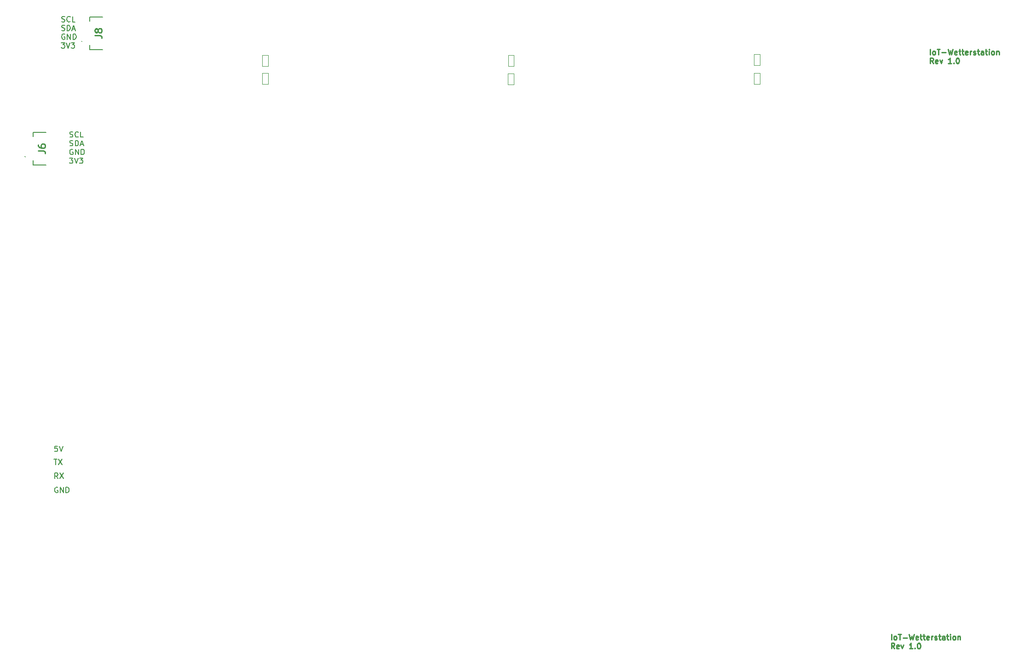
<source format=gbr>
%TF.GenerationSoftware,KiCad,Pcbnew,8.0.9*%
%TF.CreationDate,2025-09-15T10:43:43+02:00*%
%TF.ProjectId,iot_weatherstation_full_vcut,696f745f-7765-4617-9468-657273746174,rev?*%
%TF.SameCoordinates,Original*%
%TF.FileFunction,Legend,Top*%
%TF.FilePolarity,Positive*%
%FSLAX46Y46*%
G04 Gerber Fmt 4.6, Leading zero omitted, Abs format (unit mm)*
G04 Created by KiCad (PCBNEW 8.0.9) date 2025-09-15 10:43:43*
%MOMM*%
%LPD*%
G01*
G04 APERTURE LIST*
%ADD10C,0.250000*%
%ADD11C,0.200000*%
%ADD12C,0.254000*%
%ADD13C,0.100000*%
G04 APERTURE END LIST*
D10*
X296947568Y-117253675D02*
X296947568Y-116253675D01*
X297566615Y-117253675D02*
X297471377Y-117206056D01*
X297471377Y-117206056D02*
X297423758Y-117158436D01*
X297423758Y-117158436D02*
X297376139Y-117063198D01*
X297376139Y-117063198D02*
X297376139Y-116777484D01*
X297376139Y-116777484D02*
X297423758Y-116682246D01*
X297423758Y-116682246D02*
X297471377Y-116634627D01*
X297471377Y-116634627D02*
X297566615Y-116587008D01*
X297566615Y-116587008D02*
X297709472Y-116587008D01*
X297709472Y-116587008D02*
X297804710Y-116634627D01*
X297804710Y-116634627D02*
X297852329Y-116682246D01*
X297852329Y-116682246D02*
X297899948Y-116777484D01*
X297899948Y-116777484D02*
X297899948Y-117063198D01*
X297899948Y-117063198D02*
X297852329Y-117158436D01*
X297852329Y-117158436D02*
X297804710Y-117206056D01*
X297804710Y-117206056D02*
X297709472Y-117253675D01*
X297709472Y-117253675D02*
X297566615Y-117253675D01*
X298185663Y-116253675D02*
X298757091Y-116253675D01*
X298471377Y-117253675D02*
X298471377Y-116253675D01*
X299090425Y-116872722D02*
X299852330Y-116872722D01*
X300233282Y-116253675D02*
X300471377Y-117253675D01*
X300471377Y-117253675D02*
X300661853Y-116539389D01*
X300661853Y-116539389D02*
X300852329Y-117253675D01*
X300852329Y-117253675D02*
X301090425Y-116253675D01*
X301852329Y-117206056D02*
X301757091Y-117253675D01*
X301757091Y-117253675D02*
X301566615Y-117253675D01*
X301566615Y-117253675D02*
X301471377Y-117206056D01*
X301471377Y-117206056D02*
X301423758Y-117110817D01*
X301423758Y-117110817D02*
X301423758Y-116729865D01*
X301423758Y-116729865D02*
X301471377Y-116634627D01*
X301471377Y-116634627D02*
X301566615Y-116587008D01*
X301566615Y-116587008D02*
X301757091Y-116587008D01*
X301757091Y-116587008D02*
X301852329Y-116634627D01*
X301852329Y-116634627D02*
X301899948Y-116729865D01*
X301899948Y-116729865D02*
X301899948Y-116825103D01*
X301899948Y-116825103D02*
X301423758Y-116920341D01*
X302185663Y-116587008D02*
X302566615Y-116587008D01*
X302328520Y-116253675D02*
X302328520Y-117110817D01*
X302328520Y-117110817D02*
X302376139Y-117206056D01*
X302376139Y-117206056D02*
X302471377Y-117253675D01*
X302471377Y-117253675D02*
X302566615Y-117253675D01*
X302757092Y-116587008D02*
X303138044Y-116587008D01*
X302899949Y-116253675D02*
X302899949Y-117110817D01*
X302899949Y-117110817D02*
X302947568Y-117206056D01*
X302947568Y-117206056D02*
X303042806Y-117253675D01*
X303042806Y-117253675D02*
X303138044Y-117253675D01*
X303852330Y-117206056D02*
X303757092Y-117253675D01*
X303757092Y-117253675D02*
X303566616Y-117253675D01*
X303566616Y-117253675D02*
X303471378Y-117206056D01*
X303471378Y-117206056D02*
X303423759Y-117110817D01*
X303423759Y-117110817D02*
X303423759Y-116729865D01*
X303423759Y-116729865D02*
X303471378Y-116634627D01*
X303471378Y-116634627D02*
X303566616Y-116587008D01*
X303566616Y-116587008D02*
X303757092Y-116587008D01*
X303757092Y-116587008D02*
X303852330Y-116634627D01*
X303852330Y-116634627D02*
X303899949Y-116729865D01*
X303899949Y-116729865D02*
X303899949Y-116825103D01*
X303899949Y-116825103D02*
X303423759Y-116920341D01*
X304328521Y-117253675D02*
X304328521Y-116587008D01*
X304328521Y-116777484D02*
X304376140Y-116682246D01*
X304376140Y-116682246D02*
X304423759Y-116634627D01*
X304423759Y-116634627D02*
X304518997Y-116587008D01*
X304518997Y-116587008D02*
X304614235Y-116587008D01*
X304899950Y-117206056D02*
X304995188Y-117253675D01*
X304995188Y-117253675D02*
X305185664Y-117253675D01*
X305185664Y-117253675D02*
X305280902Y-117206056D01*
X305280902Y-117206056D02*
X305328521Y-117110817D01*
X305328521Y-117110817D02*
X305328521Y-117063198D01*
X305328521Y-117063198D02*
X305280902Y-116967960D01*
X305280902Y-116967960D02*
X305185664Y-116920341D01*
X305185664Y-116920341D02*
X305042807Y-116920341D01*
X305042807Y-116920341D02*
X304947569Y-116872722D01*
X304947569Y-116872722D02*
X304899950Y-116777484D01*
X304899950Y-116777484D02*
X304899950Y-116729865D01*
X304899950Y-116729865D02*
X304947569Y-116634627D01*
X304947569Y-116634627D02*
X305042807Y-116587008D01*
X305042807Y-116587008D02*
X305185664Y-116587008D01*
X305185664Y-116587008D02*
X305280902Y-116634627D01*
X305614236Y-116587008D02*
X305995188Y-116587008D01*
X305757093Y-116253675D02*
X305757093Y-117110817D01*
X305757093Y-117110817D02*
X305804712Y-117206056D01*
X305804712Y-117206056D02*
X305899950Y-117253675D01*
X305899950Y-117253675D02*
X305995188Y-117253675D01*
X306757093Y-117253675D02*
X306757093Y-116729865D01*
X306757093Y-116729865D02*
X306709474Y-116634627D01*
X306709474Y-116634627D02*
X306614236Y-116587008D01*
X306614236Y-116587008D02*
X306423760Y-116587008D01*
X306423760Y-116587008D02*
X306328522Y-116634627D01*
X306757093Y-117206056D02*
X306661855Y-117253675D01*
X306661855Y-117253675D02*
X306423760Y-117253675D01*
X306423760Y-117253675D02*
X306328522Y-117206056D01*
X306328522Y-117206056D02*
X306280903Y-117110817D01*
X306280903Y-117110817D02*
X306280903Y-117015579D01*
X306280903Y-117015579D02*
X306328522Y-116920341D01*
X306328522Y-116920341D02*
X306423760Y-116872722D01*
X306423760Y-116872722D02*
X306661855Y-116872722D01*
X306661855Y-116872722D02*
X306757093Y-116825103D01*
X307090427Y-116587008D02*
X307471379Y-116587008D01*
X307233284Y-116253675D02*
X307233284Y-117110817D01*
X307233284Y-117110817D02*
X307280903Y-117206056D01*
X307280903Y-117206056D02*
X307376141Y-117253675D01*
X307376141Y-117253675D02*
X307471379Y-117253675D01*
X307804713Y-117253675D02*
X307804713Y-116587008D01*
X307804713Y-116253675D02*
X307757094Y-116301294D01*
X307757094Y-116301294D02*
X307804713Y-116348913D01*
X307804713Y-116348913D02*
X307852332Y-116301294D01*
X307852332Y-116301294D02*
X307804713Y-116253675D01*
X307804713Y-116253675D02*
X307804713Y-116348913D01*
X308423760Y-117253675D02*
X308328522Y-117206056D01*
X308328522Y-117206056D02*
X308280903Y-117158436D01*
X308280903Y-117158436D02*
X308233284Y-117063198D01*
X308233284Y-117063198D02*
X308233284Y-116777484D01*
X308233284Y-116777484D02*
X308280903Y-116682246D01*
X308280903Y-116682246D02*
X308328522Y-116634627D01*
X308328522Y-116634627D02*
X308423760Y-116587008D01*
X308423760Y-116587008D02*
X308566617Y-116587008D01*
X308566617Y-116587008D02*
X308661855Y-116634627D01*
X308661855Y-116634627D02*
X308709474Y-116682246D01*
X308709474Y-116682246D02*
X308757093Y-116777484D01*
X308757093Y-116777484D02*
X308757093Y-117063198D01*
X308757093Y-117063198D02*
X308709474Y-117158436D01*
X308709474Y-117158436D02*
X308661855Y-117206056D01*
X308661855Y-117206056D02*
X308566617Y-117253675D01*
X308566617Y-117253675D02*
X308423760Y-117253675D01*
X309185665Y-116587008D02*
X309185665Y-117253675D01*
X309185665Y-116682246D02*
X309233284Y-116634627D01*
X309233284Y-116634627D02*
X309328522Y-116587008D01*
X309328522Y-116587008D02*
X309471379Y-116587008D01*
X309471379Y-116587008D02*
X309566617Y-116634627D01*
X309566617Y-116634627D02*
X309614236Y-116729865D01*
X309614236Y-116729865D02*
X309614236Y-117253675D01*
X297518996Y-118863619D02*
X297185663Y-118387428D01*
X296947568Y-118863619D02*
X296947568Y-117863619D01*
X296947568Y-117863619D02*
X297328520Y-117863619D01*
X297328520Y-117863619D02*
X297423758Y-117911238D01*
X297423758Y-117911238D02*
X297471377Y-117958857D01*
X297471377Y-117958857D02*
X297518996Y-118054095D01*
X297518996Y-118054095D02*
X297518996Y-118196952D01*
X297518996Y-118196952D02*
X297471377Y-118292190D01*
X297471377Y-118292190D02*
X297423758Y-118339809D01*
X297423758Y-118339809D02*
X297328520Y-118387428D01*
X297328520Y-118387428D02*
X296947568Y-118387428D01*
X298328520Y-118816000D02*
X298233282Y-118863619D01*
X298233282Y-118863619D02*
X298042806Y-118863619D01*
X298042806Y-118863619D02*
X297947568Y-118816000D01*
X297947568Y-118816000D02*
X297899949Y-118720761D01*
X297899949Y-118720761D02*
X297899949Y-118339809D01*
X297899949Y-118339809D02*
X297947568Y-118244571D01*
X297947568Y-118244571D02*
X298042806Y-118196952D01*
X298042806Y-118196952D02*
X298233282Y-118196952D01*
X298233282Y-118196952D02*
X298328520Y-118244571D01*
X298328520Y-118244571D02*
X298376139Y-118339809D01*
X298376139Y-118339809D02*
X298376139Y-118435047D01*
X298376139Y-118435047D02*
X297899949Y-118530285D01*
X298709473Y-118196952D02*
X298947568Y-118863619D01*
X298947568Y-118863619D02*
X299185663Y-118196952D01*
X300852330Y-118863619D02*
X300280902Y-118863619D01*
X300566616Y-118863619D02*
X300566616Y-117863619D01*
X300566616Y-117863619D02*
X300471378Y-118006476D01*
X300471378Y-118006476D02*
X300376140Y-118101714D01*
X300376140Y-118101714D02*
X300280902Y-118149333D01*
X301280902Y-118768380D02*
X301328521Y-118816000D01*
X301328521Y-118816000D02*
X301280902Y-118863619D01*
X301280902Y-118863619D02*
X301233283Y-118816000D01*
X301233283Y-118816000D02*
X301280902Y-118768380D01*
X301280902Y-118768380D02*
X301280902Y-118863619D01*
X301947568Y-117863619D02*
X302042806Y-117863619D01*
X302042806Y-117863619D02*
X302138044Y-117911238D01*
X302138044Y-117911238D02*
X302185663Y-117958857D01*
X302185663Y-117958857D02*
X302233282Y-118054095D01*
X302233282Y-118054095D02*
X302280901Y-118244571D01*
X302280901Y-118244571D02*
X302280901Y-118482666D01*
X302280901Y-118482666D02*
X302233282Y-118673142D01*
X302233282Y-118673142D02*
X302185663Y-118768380D01*
X302185663Y-118768380D02*
X302138044Y-118816000D01*
X302138044Y-118816000D02*
X302042806Y-118863619D01*
X302042806Y-118863619D02*
X301947568Y-118863619D01*
X301947568Y-118863619D02*
X301852330Y-118816000D01*
X301852330Y-118816000D02*
X301804711Y-118768380D01*
X301804711Y-118768380D02*
X301757092Y-118673142D01*
X301757092Y-118673142D02*
X301709473Y-118482666D01*
X301709473Y-118482666D02*
X301709473Y-118244571D01*
X301709473Y-118244571D02*
X301757092Y-118054095D01*
X301757092Y-118054095D02*
X301804711Y-117958857D01*
X301804711Y-117958857D02*
X301852330Y-117911238D01*
X301852330Y-117911238D02*
X301947568Y-117863619D01*
D11*
X136424701Y-195345619D02*
X136091368Y-194869428D01*
X135853273Y-195345619D02*
X135853273Y-194345619D01*
X135853273Y-194345619D02*
X136234225Y-194345619D01*
X136234225Y-194345619D02*
X136329463Y-194393238D01*
X136329463Y-194393238D02*
X136377082Y-194440857D01*
X136377082Y-194440857D02*
X136424701Y-194536095D01*
X136424701Y-194536095D02*
X136424701Y-194678952D01*
X136424701Y-194678952D02*
X136377082Y-194774190D01*
X136377082Y-194774190D02*
X136329463Y-194821809D01*
X136329463Y-194821809D02*
X136234225Y-194869428D01*
X136234225Y-194869428D02*
X135853273Y-194869428D01*
X136758035Y-194345619D02*
X137424701Y-195345619D01*
X137424701Y-194345619D02*
X136758035Y-195345619D01*
D10*
X289810168Y-225051275D02*
X289810168Y-224051275D01*
X290429215Y-225051275D02*
X290333977Y-225003656D01*
X290333977Y-225003656D02*
X290286358Y-224956036D01*
X290286358Y-224956036D02*
X290238739Y-224860798D01*
X290238739Y-224860798D02*
X290238739Y-224575084D01*
X290238739Y-224575084D02*
X290286358Y-224479846D01*
X290286358Y-224479846D02*
X290333977Y-224432227D01*
X290333977Y-224432227D02*
X290429215Y-224384608D01*
X290429215Y-224384608D02*
X290572072Y-224384608D01*
X290572072Y-224384608D02*
X290667310Y-224432227D01*
X290667310Y-224432227D02*
X290714929Y-224479846D01*
X290714929Y-224479846D02*
X290762548Y-224575084D01*
X290762548Y-224575084D02*
X290762548Y-224860798D01*
X290762548Y-224860798D02*
X290714929Y-224956036D01*
X290714929Y-224956036D02*
X290667310Y-225003656D01*
X290667310Y-225003656D02*
X290572072Y-225051275D01*
X290572072Y-225051275D02*
X290429215Y-225051275D01*
X291048263Y-224051275D02*
X291619691Y-224051275D01*
X291333977Y-225051275D02*
X291333977Y-224051275D01*
X291953025Y-224670322D02*
X292714930Y-224670322D01*
X293095882Y-224051275D02*
X293333977Y-225051275D01*
X293333977Y-225051275D02*
X293524453Y-224336989D01*
X293524453Y-224336989D02*
X293714929Y-225051275D01*
X293714929Y-225051275D02*
X293953025Y-224051275D01*
X294714929Y-225003656D02*
X294619691Y-225051275D01*
X294619691Y-225051275D02*
X294429215Y-225051275D01*
X294429215Y-225051275D02*
X294333977Y-225003656D01*
X294333977Y-225003656D02*
X294286358Y-224908417D01*
X294286358Y-224908417D02*
X294286358Y-224527465D01*
X294286358Y-224527465D02*
X294333977Y-224432227D01*
X294333977Y-224432227D02*
X294429215Y-224384608D01*
X294429215Y-224384608D02*
X294619691Y-224384608D01*
X294619691Y-224384608D02*
X294714929Y-224432227D01*
X294714929Y-224432227D02*
X294762548Y-224527465D01*
X294762548Y-224527465D02*
X294762548Y-224622703D01*
X294762548Y-224622703D02*
X294286358Y-224717941D01*
X295048263Y-224384608D02*
X295429215Y-224384608D01*
X295191120Y-224051275D02*
X295191120Y-224908417D01*
X295191120Y-224908417D02*
X295238739Y-225003656D01*
X295238739Y-225003656D02*
X295333977Y-225051275D01*
X295333977Y-225051275D02*
X295429215Y-225051275D01*
X295619692Y-224384608D02*
X296000644Y-224384608D01*
X295762549Y-224051275D02*
X295762549Y-224908417D01*
X295762549Y-224908417D02*
X295810168Y-225003656D01*
X295810168Y-225003656D02*
X295905406Y-225051275D01*
X295905406Y-225051275D02*
X296000644Y-225051275D01*
X296714930Y-225003656D02*
X296619692Y-225051275D01*
X296619692Y-225051275D02*
X296429216Y-225051275D01*
X296429216Y-225051275D02*
X296333978Y-225003656D01*
X296333978Y-225003656D02*
X296286359Y-224908417D01*
X296286359Y-224908417D02*
X296286359Y-224527465D01*
X296286359Y-224527465D02*
X296333978Y-224432227D01*
X296333978Y-224432227D02*
X296429216Y-224384608D01*
X296429216Y-224384608D02*
X296619692Y-224384608D01*
X296619692Y-224384608D02*
X296714930Y-224432227D01*
X296714930Y-224432227D02*
X296762549Y-224527465D01*
X296762549Y-224527465D02*
X296762549Y-224622703D01*
X296762549Y-224622703D02*
X296286359Y-224717941D01*
X297191121Y-225051275D02*
X297191121Y-224384608D01*
X297191121Y-224575084D02*
X297238740Y-224479846D01*
X297238740Y-224479846D02*
X297286359Y-224432227D01*
X297286359Y-224432227D02*
X297381597Y-224384608D01*
X297381597Y-224384608D02*
X297476835Y-224384608D01*
X297762550Y-225003656D02*
X297857788Y-225051275D01*
X297857788Y-225051275D02*
X298048264Y-225051275D01*
X298048264Y-225051275D02*
X298143502Y-225003656D01*
X298143502Y-225003656D02*
X298191121Y-224908417D01*
X298191121Y-224908417D02*
X298191121Y-224860798D01*
X298191121Y-224860798D02*
X298143502Y-224765560D01*
X298143502Y-224765560D02*
X298048264Y-224717941D01*
X298048264Y-224717941D02*
X297905407Y-224717941D01*
X297905407Y-224717941D02*
X297810169Y-224670322D01*
X297810169Y-224670322D02*
X297762550Y-224575084D01*
X297762550Y-224575084D02*
X297762550Y-224527465D01*
X297762550Y-224527465D02*
X297810169Y-224432227D01*
X297810169Y-224432227D02*
X297905407Y-224384608D01*
X297905407Y-224384608D02*
X298048264Y-224384608D01*
X298048264Y-224384608D02*
X298143502Y-224432227D01*
X298476836Y-224384608D02*
X298857788Y-224384608D01*
X298619693Y-224051275D02*
X298619693Y-224908417D01*
X298619693Y-224908417D02*
X298667312Y-225003656D01*
X298667312Y-225003656D02*
X298762550Y-225051275D01*
X298762550Y-225051275D02*
X298857788Y-225051275D01*
X299619693Y-225051275D02*
X299619693Y-224527465D01*
X299619693Y-224527465D02*
X299572074Y-224432227D01*
X299572074Y-224432227D02*
X299476836Y-224384608D01*
X299476836Y-224384608D02*
X299286360Y-224384608D01*
X299286360Y-224384608D02*
X299191122Y-224432227D01*
X299619693Y-225003656D02*
X299524455Y-225051275D01*
X299524455Y-225051275D02*
X299286360Y-225051275D01*
X299286360Y-225051275D02*
X299191122Y-225003656D01*
X299191122Y-225003656D02*
X299143503Y-224908417D01*
X299143503Y-224908417D02*
X299143503Y-224813179D01*
X299143503Y-224813179D02*
X299191122Y-224717941D01*
X299191122Y-224717941D02*
X299286360Y-224670322D01*
X299286360Y-224670322D02*
X299524455Y-224670322D01*
X299524455Y-224670322D02*
X299619693Y-224622703D01*
X299953027Y-224384608D02*
X300333979Y-224384608D01*
X300095884Y-224051275D02*
X300095884Y-224908417D01*
X300095884Y-224908417D02*
X300143503Y-225003656D01*
X300143503Y-225003656D02*
X300238741Y-225051275D01*
X300238741Y-225051275D02*
X300333979Y-225051275D01*
X300667313Y-225051275D02*
X300667313Y-224384608D01*
X300667313Y-224051275D02*
X300619694Y-224098894D01*
X300619694Y-224098894D02*
X300667313Y-224146513D01*
X300667313Y-224146513D02*
X300714932Y-224098894D01*
X300714932Y-224098894D02*
X300667313Y-224051275D01*
X300667313Y-224051275D02*
X300667313Y-224146513D01*
X301286360Y-225051275D02*
X301191122Y-225003656D01*
X301191122Y-225003656D02*
X301143503Y-224956036D01*
X301143503Y-224956036D02*
X301095884Y-224860798D01*
X301095884Y-224860798D02*
X301095884Y-224575084D01*
X301095884Y-224575084D02*
X301143503Y-224479846D01*
X301143503Y-224479846D02*
X301191122Y-224432227D01*
X301191122Y-224432227D02*
X301286360Y-224384608D01*
X301286360Y-224384608D02*
X301429217Y-224384608D01*
X301429217Y-224384608D02*
X301524455Y-224432227D01*
X301524455Y-224432227D02*
X301572074Y-224479846D01*
X301572074Y-224479846D02*
X301619693Y-224575084D01*
X301619693Y-224575084D02*
X301619693Y-224860798D01*
X301619693Y-224860798D02*
X301572074Y-224956036D01*
X301572074Y-224956036D02*
X301524455Y-225003656D01*
X301524455Y-225003656D02*
X301429217Y-225051275D01*
X301429217Y-225051275D02*
X301286360Y-225051275D01*
X302048265Y-224384608D02*
X302048265Y-225051275D01*
X302048265Y-224479846D02*
X302095884Y-224432227D01*
X302095884Y-224432227D02*
X302191122Y-224384608D01*
X302191122Y-224384608D02*
X302333979Y-224384608D01*
X302333979Y-224384608D02*
X302429217Y-224432227D01*
X302429217Y-224432227D02*
X302476836Y-224527465D01*
X302476836Y-224527465D02*
X302476836Y-225051275D01*
X290381596Y-226661219D02*
X290048263Y-226185028D01*
X289810168Y-226661219D02*
X289810168Y-225661219D01*
X289810168Y-225661219D02*
X290191120Y-225661219D01*
X290191120Y-225661219D02*
X290286358Y-225708838D01*
X290286358Y-225708838D02*
X290333977Y-225756457D01*
X290333977Y-225756457D02*
X290381596Y-225851695D01*
X290381596Y-225851695D02*
X290381596Y-225994552D01*
X290381596Y-225994552D02*
X290333977Y-226089790D01*
X290333977Y-226089790D02*
X290286358Y-226137409D01*
X290286358Y-226137409D02*
X290191120Y-226185028D01*
X290191120Y-226185028D02*
X289810168Y-226185028D01*
X291191120Y-226613600D02*
X291095882Y-226661219D01*
X291095882Y-226661219D02*
X290905406Y-226661219D01*
X290905406Y-226661219D02*
X290810168Y-226613600D01*
X290810168Y-226613600D02*
X290762549Y-226518361D01*
X290762549Y-226518361D02*
X290762549Y-226137409D01*
X290762549Y-226137409D02*
X290810168Y-226042171D01*
X290810168Y-226042171D02*
X290905406Y-225994552D01*
X290905406Y-225994552D02*
X291095882Y-225994552D01*
X291095882Y-225994552D02*
X291191120Y-226042171D01*
X291191120Y-226042171D02*
X291238739Y-226137409D01*
X291238739Y-226137409D02*
X291238739Y-226232647D01*
X291238739Y-226232647D02*
X290762549Y-226327885D01*
X291572073Y-225994552D02*
X291810168Y-226661219D01*
X291810168Y-226661219D02*
X292048263Y-225994552D01*
X293714930Y-226661219D02*
X293143502Y-226661219D01*
X293429216Y-226661219D02*
X293429216Y-225661219D01*
X293429216Y-225661219D02*
X293333978Y-225804076D01*
X293333978Y-225804076D02*
X293238740Y-225899314D01*
X293238740Y-225899314D02*
X293143502Y-225946933D01*
X294143502Y-226565980D02*
X294191121Y-226613600D01*
X294191121Y-226613600D02*
X294143502Y-226661219D01*
X294143502Y-226661219D02*
X294095883Y-226613600D01*
X294095883Y-226613600D02*
X294143502Y-226565980D01*
X294143502Y-226565980D02*
X294143502Y-226661219D01*
X294810168Y-225661219D02*
X294905406Y-225661219D01*
X294905406Y-225661219D02*
X295000644Y-225708838D01*
X295000644Y-225708838D02*
X295048263Y-225756457D01*
X295048263Y-225756457D02*
X295095882Y-225851695D01*
X295095882Y-225851695D02*
X295143501Y-226042171D01*
X295143501Y-226042171D02*
X295143501Y-226280266D01*
X295143501Y-226280266D02*
X295095882Y-226470742D01*
X295095882Y-226470742D02*
X295048263Y-226565980D01*
X295048263Y-226565980D02*
X295000644Y-226613600D01*
X295000644Y-226613600D02*
X294905406Y-226661219D01*
X294905406Y-226661219D02*
X294810168Y-226661219D01*
X294810168Y-226661219D02*
X294714930Y-226613600D01*
X294714930Y-226613600D02*
X294667311Y-226565980D01*
X294667311Y-226565980D02*
X294619692Y-226470742D01*
X294619692Y-226470742D02*
X294572073Y-226280266D01*
X294572073Y-226280266D02*
X294572073Y-226042171D01*
X294572073Y-226042171D02*
X294619692Y-225851695D01*
X294619692Y-225851695D02*
X294667311Y-225756457D01*
X294667311Y-225756457D02*
X294714930Y-225708838D01*
X294714930Y-225708838D02*
X294810168Y-225661219D01*
D11*
X138599654Y-132403768D02*
X138742511Y-132451387D01*
X138742511Y-132451387D02*
X138980606Y-132451387D01*
X138980606Y-132451387D02*
X139075844Y-132403768D01*
X139075844Y-132403768D02*
X139123463Y-132356148D01*
X139123463Y-132356148D02*
X139171082Y-132260910D01*
X139171082Y-132260910D02*
X139171082Y-132165672D01*
X139171082Y-132165672D02*
X139123463Y-132070434D01*
X139123463Y-132070434D02*
X139075844Y-132022815D01*
X139075844Y-132022815D02*
X138980606Y-131975196D01*
X138980606Y-131975196D02*
X138790130Y-131927577D01*
X138790130Y-131927577D02*
X138694892Y-131879958D01*
X138694892Y-131879958D02*
X138647273Y-131832339D01*
X138647273Y-131832339D02*
X138599654Y-131737101D01*
X138599654Y-131737101D02*
X138599654Y-131641863D01*
X138599654Y-131641863D02*
X138647273Y-131546625D01*
X138647273Y-131546625D02*
X138694892Y-131499006D01*
X138694892Y-131499006D02*
X138790130Y-131451387D01*
X138790130Y-131451387D02*
X139028225Y-131451387D01*
X139028225Y-131451387D02*
X139171082Y-131499006D01*
X140171082Y-132356148D02*
X140123463Y-132403768D01*
X140123463Y-132403768D02*
X139980606Y-132451387D01*
X139980606Y-132451387D02*
X139885368Y-132451387D01*
X139885368Y-132451387D02*
X139742511Y-132403768D01*
X139742511Y-132403768D02*
X139647273Y-132308529D01*
X139647273Y-132308529D02*
X139599654Y-132213291D01*
X139599654Y-132213291D02*
X139552035Y-132022815D01*
X139552035Y-132022815D02*
X139552035Y-131879958D01*
X139552035Y-131879958D02*
X139599654Y-131689482D01*
X139599654Y-131689482D02*
X139647273Y-131594244D01*
X139647273Y-131594244D02*
X139742511Y-131499006D01*
X139742511Y-131499006D02*
X139885368Y-131451387D01*
X139885368Y-131451387D02*
X139980606Y-131451387D01*
X139980606Y-131451387D02*
X140123463Y-131499006D01*
X140123463Y-131499006D02*
X140171082Y-131546625D01*
X141075844Y-132451387D02*
X140599654Y-132451387D01*
X140599654Y-132451387D02*
X140599654Y-131451387D01*
X138599654Y-134013712D02*
X138742511Y-134061331D01*
X138742511Y-134061331D02*
X138980606Y-134061331D01*
X138980606Y-134061331D02*
X139075844Y-134013712D01*
X139075844Y-134013712D02*
X139123463Y-133966092D01*
X139123463Y-133966092D02*
X139171082Y-133870854D01*
X139171082Y-133870854D02*
X139171082Y-133775616D01*
X139171082Y-133775616D02*
X139123463Y-133680378D01*
X139123463Y-133680378D02*
X139075844Y-133632759D01*
X139075844Y-133632759D02*
X138980606Y-133585140D01*
X138980606Y-133585140D02*
X138790130Y-133537521D01*
X138790130Y-133537521D02*
X138694892Y-133489902D01*
X138694892Y-133489902D02*
X138647273Y-133442283D01*
X138647273Y-133442283D02*
X138599654Y-133347045D01*
X138599654Y-133347045D02*
X138599654Y-133251807D01*
X138599654Y-133251807D02*
X138647273Y-133156569D01*
X138647273Y-133156569D02*
X138694892Y-133108950D01*
X138694892Y-133108950D02*
X138790130Y-133061331D01*
X138790130Y-133061331D02*
X139028225Y-133061331D01*
X139028225Y-133061331D02*
X139171082Y-133108950D01*
X139599654Y-134061331D02*
X139599654Y-133061331D01*
X139599654Y-133061331D02*
X139837749Y-133061331D01*
X139837749Y-133061331D02*
X139980606Y-133108950D01*
X139980606Y-133108950D02*
X140075844Y-133204188D01*
X140075844Y-133204188D02*
X140123463Y-133299426D01*
X140123463Y-133299426D02*
X140171082Y-133489902D01*
X140171082Y-133489902D02*
X140171082Y-133632759D01*
X140171082Y-133632759D02*
X140123463Y-133823235D01*
X140123463Y-133823235D02*
X140075844Y-133918473D01*
X140075844Y-133918473D02*
X139980606Y-134013712D01*
X139980606Y-134013712D02*
X139837749Y-134061331D01*
X139837749Y-134061331D02*
X139599654Y-134061331D01*
X140552035Y-133775616D02*
X141028225Y-133775616D01*
X140456797Y-134061331D02*
X140790130Y-133061331D01*
X140790130Y-133061331D02*
X141123463Y-134061331D01*
X139171082Y-134718894D02*
X139075844Y-134671275D01*
X139075844Y-134671275D02*
X138932987Y-134671275D01*
X138932987Y-134671275D02*
X138790130Y-134718894D01*
X138790130Y-134718894D02*
X138694892Y-134814132D01*
X138694892Y-134814132D02*
X138647273Y-134909370D01*
X138647273Y-134909370D02*
X138599654Y-135099846D01*
X138599654Y-135099846D02*
X138599654Y-135242703D01*
X138599654Y-135242703D02*
X138647273Y-135433179D01*
X138647273Y-135433179D02*
X138694892Y-135528417D01*
X138694892Y-135528417D02*
X138790130Y-135623656D01*
X138790130Y-135623656D02*
X138932987Y-135671275D01*
X138932987Y-135671275D02*
X139028225Y-135671275D01*
X139028225Y-135671275D02*
X139171082Y-135623656D01*
X139171082Y-135623656D02*
X139218701Y-135576036D01*
X139218701Y-135576036D02*
X139218701Y-135242703D01*
X139218701Y-135242703D02*
X139028225Y-135242703D01*
X139647273Y-135671275D02*
X139647273Y-134671275D01*
X139647273Y-134671275D02*
X140218701Y-135671275D01*
X140218701Y-135671275D02*
X140218701Y-134671275D01*
X140694892Y-135671275D02*
X140694892Y-134671275D01*
X140694892Y-134671275D02*
X140932987Y-134671275D01*
X140932987Y-134671275D02*
X141075844Y-134718894D01*
X141075844Y-134718894D02*
X141171082Y-134814132D01*
X141171082Y-134814132D02*
X141218701Y-134909370D01*
X141218701Y-134909370D02*
X141266320Y-135099846D01*
X141266320Y-135099846D02*
X141266320Y-135242703D01*
X141266320Y-135242703D02*
X141218701Y-135433179D01*
X141218701Y-135433179D02*
X141171082Y-135528417D01*
X141171082Y-135528417D02*
X141075844Y-135623656D01*
X141075844Y-135623656D02*
X140932987Y-135671275D01*
X140932987Y-135671275D02*
X140694892Y-135671275D01*
X138552035Y-136281219D02*
X139171082Y-136281219D01*
X139171082Y-136281219D02*
X138837749Y-136662171D01*
X138837749Y-136662171D02*
X138980606Y-136662171D01*
X138980606Y-136662171D02*
X139075844Y-136709790D01*
X139075844Y-136709790D02*
X139123463Y-136757409D01*
X139123463Y-136757409D02*
X139171082Y-136852647D01*
X139171082Y-136852647D02*
X139171082Y-137090742D01*
X139171082Y-137090742D02*
X139123463Y-137185980D01*
X139123463Y-137185980D02*
X139075844Y-137233600D01*
X139075844Y-137233600D02*
X138980606Y-137281219D01*
X138980606Y-137281219D02*
X138694892Y-137281219D01*
X138694892Y-137281219D02*
X138599654Y-137233600D01*
X138599654Y-137233600D02*
X138552035Y-137185980D01*
X139456797Y-136281219D02*
X139790130Y-137281219D01*
X139790130Y-137281219D02*
X140123463Y-136281219D01*
X140361559Y-136281219D02*
X140980606Y-136281219D01*
X140980606Y-136281219D02*
X140647273Y-136662171D01*
X140647273Y-136662171D02*
X140790130Y-136662171D01*
X140790130Y-136662171D02*
X140885368Y-136709790D01*
X140885368Y-136709790D02*
X140932987Y-136757409D01*
X140932987Y-136757409D02*
X140980606Y-136852647D01*
X140980606Y-136852647D02*
X140980606Y-137090742D01*
X140980606Y-137090742D02*
X140932987Y-137185980D01*
X140932987Y-137185980D02*
X140885368Y-137233600D01*
X140885368Y-137233600D02*
X140790130Y-137281219D01*
X140790130Y-137281219D02*
X140504416Y-137281219D01*
X140504416Y-137281219D02*
X140409178Y-137233600D01*
X140409178Y-137233600D02*
X140361559Y-137185980D01*
X136329463Y-189367219D02*
X135853273Y-189367219D01*
X135853273Y-189367219D02*
X135805654Y-189843409D01*
X135805654Y-189843409D02*
X135853273Y-189795790D01*
X135853273Y-189795790D02*
X135948511Y-189748171D01*
X135948511Y-189748171D02*
X136186606Y-189748171D01*
X136186606Y-189748171D02*
X136281844Y-189795790D01*
X136281844Y-189795790D02*
X136329463Y-189843409D01*
X136329463Y-189843409D02*
X136377082Y-189938647D01*
X136377082Y-189938647D02*
X136377082Y-190176742D01*
X136377082Y-190176742D02*
X136329463Y-190271980D01*
X136329463Y-190271980D02*
X136281844Y-190319600D01*
X136281844Y-190319600D02*
X136186606Y-190367219D01*
X136186606Y-190367219D02*
X135948511Y-190367219D01*
X135948511Y-190367219D02*
X135853273Y-190319600D01*
X135853273Y-190319600D02*
X135805654Y-190271980D01*
X136662797Y-189367219D02*
X136996130Y-190367219D01*
X136996130Y-190367219D02*
X137329463Y-189367219D01*
X136377082Y-196984038D02*
X136281844Y-196936419D01*
X136281844Y-196936419D02*
X136138987Y-196936419D01*
X136138987Y-196936419D02*
X135996130Y-196984038D01*
X135996130Y-196984038D02*
X135900892Y-197079276D01*
X135900892Y-197079276D02*
X135853273Y-197174514D01*
X135853273Y-197174514D02*
X135805654Y-197364990D01*
X135805654Y-197364990D02*
X135805654Y-197507847D01*
X135805654Y-197507847D02*
X135853273Y-197698323D01*
X135853273Y-197698323D02*
X135900892Y-197793561D01*
X135900892Y-197793561D02*
X135996130Y-197888800D01*
X135996130Y-197888800D02*
X136138987Y-197936419D01*
X136138987Y-197936419D02*
X136234225Y-197936419D01*
X136234225Y-197936419D02*
X136377082Y-197888800D01*
X136377082Y-197888800D02*
X136424701Y-197841180D01*
X136424701Y-197841180D02*
X136424701Y-197507847D01*
X136424701Y-197507847D02*
X136234225Y-197507847D01*
X136853273Y-197936419D02*
X136853273Y-196936419D01*
X136853273Y-196936419D02*
X137424701Y-197936419D01*
X137424701Y-197936419D02*
X137424701Y-196936419D01*
X137900892Y-197936419D02*
X137900892Y-196936419D01*
X137900892Y-196936419D02*
X138138987Y-196936419D01*
X138138987Y-196936419D02*
X138281844Y-196984038D01*
X138281844Y-196984038D02*
X138377082Y-197079276D01*
X138377082Y-197079276D02*
X138424701Y-197174514D01*
X138424701Y-197174514D02*
X138472320Y-197364990D01*
X138472320Y-197364990D02*
X138472320Y-197507847D01*
X138472320Y-197507847D02*
X138424701Y-197698323D01*
X138424701Y-197698323D02*
X138377082Y-197793561D01*
X138377082Y-197793561D02*
X138281844Y-197888800D01*
X138281844Y-197888800D02*
X138138987Y-197936419D01*
X138138987Y-197936419D02*
X137900892Y-197936419D01*
X135685016Y-191805619D02*
X136256444Y-191805619D01*
X135970730Y-192805619D02*
X135970730Y-191805619D01*
X136494540Y-191805619D02*
X137161206Y-192805619D01*
X137161206Y-191805619D02*
X136494540Y-192805619D01*
X137103635Y-111166908D02*
X137246492Y-111214527D01*
X137246492Y-111214527D02*
X137484587Y-111214527D01*
X137484587Y-111214527D02*
X137579825Y-111166908D01*
X137579825Y-111166908D02*
X137627444Y-111119288D01*
X137627444Y-111119288D02*
X137675063Y-111024050D01*
X137675063Y-111024050D02*
X137675063Y-110928812D01*
X137675063Y-110928812D02*
X137627444Y-110833574D01*
X137627444Y-110833574D02*
X137579825Y-110785955D01*
X137579825Y-110785955D02*
X137484587Y-110738336D01*
X137484587Y-110738336D02*
X137294111Y-110690717D01*
X137294111Y-110690717D02*
X137198873Y-110643098D01*
X137198873Y-110643098D02*
X137151254Y-110595479D01*
X137151254Y-110595479D02*
X137103635Y-110500241D01*
X137103635Y-110500241D02*
X137103635Y-110405003D01*
X137103635Y-110405003D02*
X137151254Y-110309765D01*
X137151254Y-110309765D02*
X137198873Y-110262146D01*
X137198873Y-110262146D02*
X137294111Y-110214527D01*
X137294111Y-110214527D02*
X137532206Y-110214527D01*
X137532206Y-110214527D02*
X137675063Y-110262146D01*
X138675063Y-111119288D02*
X138627444Y-111166908D01*
X138627444Y-111166908D02*
X138484587Y-111214527D01*
X138484587Y-111214527D02*
X138389349Y-111214527D01*
X138389349Y-111214527D02*
X138246492Y-111166908D01*
X138246492Y-111166908D02*
X138151254Y-111071669D01*
X138151254Y-111071669D02*
X138103635Y-110976431D01*
X138103635Y-110976431D02*
X138056016Y-110785955D01*
X138056016Y-110785955D02*
X138056016Y-110643098D01*
X138056016Y-110643098D02*
X138103635Y-110452622D01*
X138103635Y-110452622D02*
X138151254Y-110357384D01*
X138151254Y-110357384D02*
X138246492Y-110262146D01*
X138246492Y-110262146D02*
X138389349Y-110214527D01*
X138389349Y-110214527D02*
X138484587Y-110214527D01*
X138484587Y-110214527D02*
X138627444Y-110262146D01*
X138627444Y-110262146D02*
X138675063Y-110309765D01*
X139579825Y-111214527D02*
X139103635Y-111214527D01*
X139103635Y-111214527D02*
X139103635Y-110214527D01*
X137103635Y-112776852D02*
X137246492Y-112824471D01*
X137246492Y-112824471D02*
X137484587Y-112824471D01*
X137484587Y-112824471D02*
X137579825Y-112776852D01*
X137579825Y-112776852D02*
X137627444Y-112729232D01*
X137627444Y-112729232D02*
X137675063Y-112633994D01*
X137675063Y-112633994D02*
X137675063Y-112538756D01*
X137675063Y-112538756D02*
X137627444Y-112443518D01*
X137627444Y-112443518D02*
X137579825Y-112395899D01*
X137579825Y-112395899D02*
X137484587Y-112348280D01*
X137484587Y-112348280D02*
X137294111Y-112300661D01*
X137294111Y-112300661D02*
X137198873Y-112253042D01*
X137198873Y-112253042D02*
X137151254Y-112205423D01*
X137151254Y-112205423D02*
X137103635Y-112110185D01*
X137103635Y-112110185D02*
X137103635Y-112014947D01*
X137103635Y-112014947D02*
X137151254Y-111919709D01*
X137151254Y-111919709D02*
X137198873Y-111872090D01*
X137198873Y-111872090D02*
X137294111Y-111824471D01*
X137294111Y-111824471D02*
X137532206Y-111824471D01*
X137532206Y-111824471D02*
X137675063Y-111872090D01*
X138103635Y-112824471D02*
X138103635Y-111824471D01*
X138103635Y-111824471D02*
X138341730Y-111824471D01*
X138341730Y-111824471D02*
X138484587Y-111872090D01*
X138484587Y-111872090D02*
X138579825Y-111967328D01*
X138579825Y-111967328D02*
X138627444Y-112062566D01*
X138627444Y-112062566D02*
X138675063Y-112253042D01*
X138675063Y-112253042D02*
X138675063Y-112395899D01*
X138675063Y-112395899D02*
X138627444Y-112586375D01*
X138627444Y-112586375D02*
X138579825Y-112681613D01*
X138579825Y-112681613D02*
X138484587Y-112776852D01*
X138484587Y-112776852D02*
X138341730Y-112824471D01*
X138341730Y-112824471D02*
X138103635Y-112824471D01*
X139056016Y-112538756D02*
X139532206Y-112538756D01*
X138960778Y-112824471D02*
X139294111Y-111824471D01*
X139294111Y-111824471D02*
X139627444Y-112824471D01*
X137675063Y-113482034D02*
X137579825Y-113434415D01*
X137579825Y-113434415D02*
X137436968Y-113434415D01*
X137436968Y-113434415D02*
X137294111Y-113482034D01*
X137294111Y-113482034D02*
X137198873Y-113577272D01*
X137198873Y-113577272D02*
X137151254Y-113672510D01*
X137151254Y-113672510D02*
X137103635Y-113862986D01*
X137103635Y-113862986D02*
X137103635Y-114005843D01*
X137103635Y-114005843D02*
X137151254Y-114196319D01*
X137151254Y-114196319D02*
X137198873Y-114291557D01*
X137198873Y-114291557D02*
X137294111Y-114386796D01*
X137294111Y-114386796D02*
X137436968Y-114434415D01*
X137436968Y-114434415D02*
X137532206Y-114434415D01*
X137532206Y-114434415D02*
X137675063Y-114386796D01*
X137675063Y-114386796D02*
X137722682Y-114339176D01*
X137722682Y-114339176D02*
X137722682Y-114005843D01*
X137722682Y-114005843D02*
X137532206Y-114005843D01*
X138151254Y-114434415D02*
X138151254Y-113434415D01*
X138151254Y-113434415D02*
X138722682Y-114434415D01*
X138722682Y-114434415D02*
X138722682Y-113434415D01*
X139198873Y-114434415D02*
X139198873Y-113434415D01*
X139198873Y-113434415D02*
X139436968Y-113434415D01*
X139436968Y-113434415D02*
X139579825Y-113482034D01*
X139579825Y-113482034D02*
X139675063Y-113577272D01*
X139675063Y-113577272D02*
X139722682Y-113672510D01*
X139722682Y-113672510D02*
X139770301Y-113862986D01*
X139770301Y-113862986D02*
X139770301Y-114005843D01*
X139770301Y-114005843D02*
X139722682Y-114196319D01*
X139722682Y-114196319D02*
X139675063Y-114291557D01*
X139675063Y-114291557D02*
X139579825Y-114386796D01*
X139579825Y-114386796D02*
X139436968Y-114434415D01*
X139436968Y-114434415D02*
X139198873Y-114434415D01*
X137056016Y-115044359D02*
X137675063Y-115044359D01*
X137675063Y-115044359D02*
X137341730Y-115425311D01*
X137341730Y-115425311D02*
X137484587Y-115425311D01*
X137484587Y-115425311D02*
X137579825Y-115472930D01*
X137579825Y-115472930D02*
X137627444Y-115520549D01*
X137627444Y-115520549D02*
X137675063Y-115615787D01*
X137675063Y-115615787D02*
X137675063Y-115853882D01*
X137675063Y-115853882D02*
X137627444Y-115949120D01*
X137627444Y-115949120D02*
X137579825Y-115996740D01*
X137579825Y-115996740D02*
X137484587Y-116044359D01*
X137484587Y-116044359D02*
X137198873Y-116044359D01*
X137198873Y-116044359D02*
X137103635Y-115996740D01*
X137103635Y-115996740D02*
X137056016Y-115949120D01*
X137960778Y-115044359D02*
X138294111Y-116044359D01*
X138294111Y-116044359D02*
X138627444Y-115044359D01*
X138865540Y-115044359D02*
X139484587Y-115044359D01*
X139484587Y-115044359D02*
X139151254Y-115425311D01*
X139151254Y-115425311D02*
X139294111Y-115425311D01*
X139294111Y-115425311D02*
X139389349Y-115472930D01*
X139389349Y-115472930D02*
X139436968Y-115520549D01*
X139436968Y-115520549D02*
X139484587Y-115615787D01*
X139484587Y-115615787D02*
X139484587Y-115853882D01*
X139484587Y-115853882D02*
X139436968Y-115949120D01*
X139436968Y-115949120D02*
X139389349Y-115996740D01*
X139389349Y-115996740D02*
X139294111Y-116044359D01*
X139294111Y-116044359D02*
X139008397Y-116044359D01*
X139008397Y-116044359D02*
X138913159Y-115996740D01*
X138913159Y-115996740D02*
X138865540Y-115949120D01*
D12*
X132810318Y-134973132D02*
X133717461Y-134973132D01*
X133717461Y-134973132D02*
X133898889Y-135033609D01*
X133898889Y-135033609D02*
X134019842Y-135154561D01*
X134019842Y-135154561D02*
X134080318Y-135335990D01*
X134080318Y-135335990D02*
X134080318Y-135456942D01*
X132810318Y-133824085D02*
X132810318Y-134065990D01*
X132810318Y-134065990D02*
X132870794Y-134186942D01*
X132870794Y-134186942D02*
X132931270Y-134247418D01*
X132931270Y-134247418D02*
X133112699Y-134368371D01*
X133112699Y-134368371D02*
X133354603Y-134428847D01*
X133354603Y-134428847D02*
X133838413Y-134428847D01*
X133838413Y-134428847D02*
X133959365Y-134368371D01*
X133959365Y-134368371D02*
X134019842Y-134307894D01*
X134019842Y-134307894D02*
X134080318Y-134186942D01*
X134080318Y-134186942D02*
X134080318Y-133945037D01*
X134080318Y-133945037D02*
X134019842Y-133824085D01*
X134019842Y-133824085D02*
X133959365Y-133763609D01*
X133959365Y-133763609D02*
X133838413Y-133703132D01*
X133838413Y-133703132D02*
X133536032Y-133703132D01*
X133536032Y-133703132D02*
X133415080Y-133763609D01*
X133415080Y-133763609D02*
X133354603Y-133824085D01*
X133354603Y-133824085D02*
X133294127Y-133945037D01*
X133294127Y-133945037D02*
X133294127Y-134186942D01*
X133294127Y-134186942D02*
X133354603Y-134307894D01*
X133354603Y-134307894D02*
X133415080Y-134368371D01*
X133415080Y-134368371D02*
X133536032Y-134428847D01*
X143229415Y-113722134D02*
X144136558Y-113722134D01*
X144136558Y-113722134D02*
X144317986Y-113782611D01*
X144317986Y-113782611D02*
X144438939Y-113903563D01*
X144438939Y-113903563D02*
X144499415Y-114084992D01*
X144499415Y-114084992D02*
X144499415Y-114205944D01*
X143773700Y-112935944D02*
X143713224Y-113056896D01*
X143713224Y-113056896D02*
X143652748Y-113117373D01*
X143652748Y-113117373D02*
X143531796Y-113177849D01*
X143531796Y-113177849D02*
X143471319Y-113177849D01*
X143471319Y-113177849D02*
X143350367Y-113117373D01*
X143350367Y-113117373D02*
X143289891Y-113056896D01*
X143289891Y-113056896D02*
X143229415Y-112935944D01*
X143229415Y-112935944D02*
X143229415Y-112694039D01*
X143229415Y-112694039D02*
X143289891Y-112573087D01*
X143289891Y-112573087D02*
X143350367Y-112512611D01*
X143350367Y-112512611D02*
X143471319Y-112452134D01*
X143471319Y-112452134D02*
X143531796Y-112452134D01*
X143531796Y-112452134D02*
X143652748Y-112512611D01*
X143652748Y-112512611D02*
X143713224Y-112573087D01*
X143713224Y-112573087D02*
X143773700Y-112694039D01*
X143773700Y-112694039D02*
X143773700Y-112935944D01*
X143773700Y-112935944D02*
X143834177Y-113056896D01*
X143834177Y-113056896D02*
X143894653Y-113117373D01*
X143894653Y-113117373D02*
X144015605Y-113177849D01*
X144015605Y-113177849D02*
X144257510Y-113177849D01*
X144257510Y-113177849D02*
X144378462Y-113117373D01*
X144378462Y-113117373D02*
X144438939Y-113056896D01*
X144438939Y-113056896D02*
X144499415Y-112935944D01*
X144499415Y-112935944D02*
X144499415Y-112694039D01*
X144499415Y-112694039D02*
X144438939Y-112573087D01*
X144438939Y-112573087D02*
X144378462Y-112512611D01*
X144378462Y-112512611D02*
X144257510Y-112452134D01*
X144257510Y-112452134D02*
X144015605Y-112452134D01*
X144015605Y-112452134D02*
X143894653Y-112512611D01*
X143894653Y-112512611D02*
X143834177Y-112573087D01*
X143834177Y-112573087D02*
X143773700Y-112694039D01*
%TO.C,J10*%
D13*
X219280133Y-119423723D02*
X220346933Y-119423723D01*
X220346933Y-117391723D01*
X219280133Y-117391723D01*
X219280133Y-119423723D01*
%TO.C,J9*%
X174042125Y-119378455D02*
X175108925Y-119378455D01*
X175108925Y-117346455D01*
X174042125Y-117346455D01*
X174042125Y-119378455D01*
%TO.C,J6*%
X130294000Y-136049800D02*
X130294000Y-136049800D01*
X130394000Y-136049800D02*
X130394000Y-136049800D01*
D11*
X131831000Y-131549800D02*
X131831000Y-132349800D01*
X131831000Y-137549800D02*
X131831000Y-136749800D01*
X134194000Y-131549800D02*
X131831000Y-131549800D01*
X134194000Y-137549800D02*
X131831000Y-137549800D01*
D13*
X130294000Y-136049800D02*
G75*
G02*
X130394000Y-136049800I50000J0D01*
G01*
X130394000Y-136049800D02*
G75*
G02*
X130294000Y-136049800I-50000J0D01*
G01*
%TO.C,J11*%
X264545162Y-119245192D02*
X265611962Y-119245192D01*
X265611962Y-117213192D01*
X264545162Y-117213192D01*
X264545162Y-119245192D01*
%TO.C,J3*%
X174040800Y-122656600D02*
X175107600Y-122656600D01*
X175107600Y-120624600D01*
X174040800Y-120624600D01*
X174040800Y-122656600D01*
%TO.C,J8*%
X140713097Y-114798802D02*
X140713097Y-114798802D01*
X140813097Y-114798802D02*
X140813097Y-114798802D01*
D11*
X142250097Y-110298802D02*
X142250097Y-111098802D01*
X142250097Y-116298802D02*
X142250097Y-115498802D01*
X144613097Y-110298802D02*
X142250097Y-110298802D01*
X144613097Y-116298802D02*
X142250097Y-116298802D01*
D13*
X140713097Y-114798802D02*
G75*
G02*
X140813097Y-114798802I50000J0D01*
G01*
X140813097Y-114798802D02*
G75*
G02*
X140713097Y-114798802I-50000J0D01*
G01*
%TO.C,J4*%
X219252800Y-122732800D02*
X220319600Y-122732800D01*
X220319600Y-120700800D01*
X219252800Y-120700800D01*
X219252800Y-122732800D01*
%TO.C,J7*%
X264566400Y-122682000D02*
X265633200Y-122682000D01*
X265633200Y-120650000D01*
X264566400Y-120650000D01*
X264566400Y-122682000D01*
%TD*%
M02*

</source>
